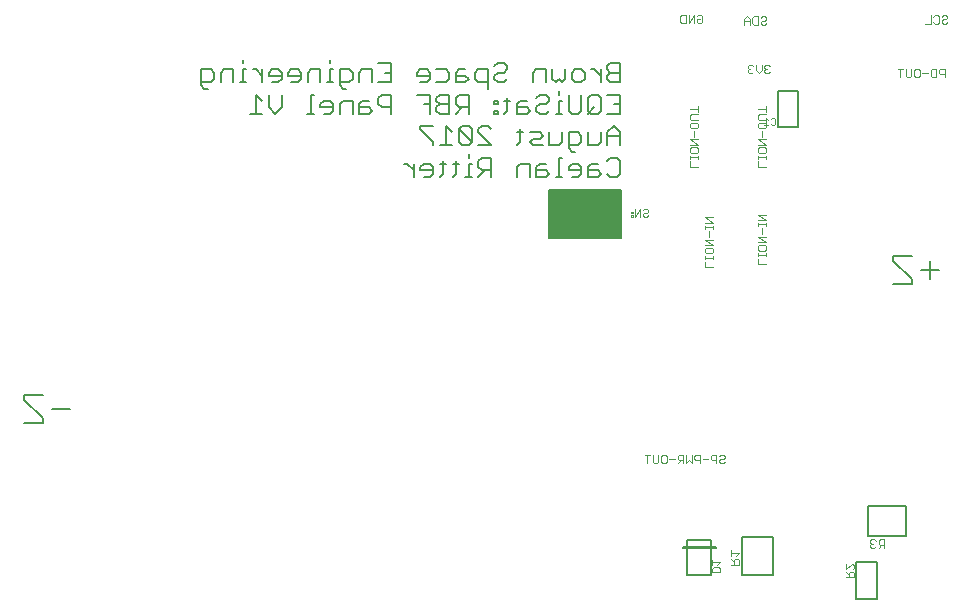
<source format=gbo>
G75*
%MOIN*%
%OFA0B0*%
%FSLAX25Y25*%
%IPPOS*%
%LPD*%
%AMOC8*
5,1,8,0,0,1.08239X$1,22.5*
%
%ADD10C,0.00600*%
%ADD11C,0.00800*%
%ADD12C,0.00200*%
%ADD13C,0.00500*%
%ADD14C,0.00300*%
D10*
X0251658Y0286879D02*
X0251658Y0302879D01*
X0275658Y0302879D01*
X0275658Y0286879D01*
X0251658Y0286879D01*
X0251658Y0287190D02*
X0275658Y0287190D01*
X0275658Y0287788D02*
X0251658Y0287788D01*
X0251658Y0288387D02*
X0275658Y0288387D01*
X0275658Y0288985D02*
X0251658Y0288985D01*
X0251658Y0289584D02*
X0275658Y0289584D01*
X0275658Y0290182D02*
X0251658Y0290182D01*
X0251658Y0290781D02*
X0275658Y0290781D01*
X0275658Y0291379D02*
X0251658Y0291379D01*
X0251658Y0291978D02*
X0275658Y0291978D01*
X0275658Y0292576D02*
X0251658Y0292576D01*
X0251658Y0293175D02*
X0275658Y0293175D01*
X0275658Y0293773D02*
X0251658Y0293773D01*
X0251658Y0294372D02*
X0275658Y0294372D01*
X0275658Y0294970D02*
X0251658Y0294970D01*
X0251658Y0295569D02*
X0275658Y0295569D01*
X0275658Y0296167D02*
X0251658Y0296167D01*
X0251658Y0296766D02*
X0275658Y0296766D01*
X0275658Y0297364D02*
X0251658Y0297364D01*
X0251658Y0297963D02*
X0275658Y0297963D01*
X0275658Y0298561D02*
X0251658Y0298561D01*
X0251658Y0299160D02*
X0275658Y0299160D01*
X0275658Y0299758D02*
X0251658Y0299758D01*
X0251658Y0300357D02*
X0275658Y0300357D01*
X0275658Y0300955D02*
X0251658Y0300955D01*
X0251658Y0301554D02*
X0275658Y0301554D01*
X0275658Y0302152D02*
X0251658Y0302152D01*
X0251658Y0302751D02*
X0275658Y0302751D01*
X0274306Y0307163D02*
X0272171Y0307163D01*
X0271104Y0308231D01*
X0268929Y0308231D02*
X0267861Y0309298D01*
X0264658Y0309298D01*
X0264658Y0310366D02*
X0264658Y0307163D01*
X0267861Y0307163D01*
X0268929Y0308231D01*
X0267861Y0311433D02*
X0265726Y0311433D01*
X0264658Y0310366D01*
X0262483Y0310366D02*
X0261415Y0311433D01*
X0259280Y0311433D01*
X0258213Y0310366D01*
X0258213Y0309298D01*
X0262483Y0309298D01*
X0262483Y0308231D02*
X0262483Y0310366D01*
X0262483Y0308231D02*
X0261415Y0307163D01*
X0259280Y0307163D01*
X0256038Y0307163D02*
X0253902Y0307163D01*
X0254970Y0307163D02*
X0254970Y0313568D01*
X0256038Y0313568D01*
X0258213Y0316595D02*
X0258213Y0321933D01*
X0261415Y0321933D01*
X0262483Y0320866D01*
X0262483Y0318731D01*
X0261415Y0317663D01*
X0258213Y0317663D01*
X0258213Y0316595D02*
X0259280Y0315528D01*
X0260348Y0315528D01*
X0264658Y0317663D02*
X0264658Y0321933D01*
X0264658Y0317663D02*
X0267861Y0317663D01*
X0268929Y0318731D01*
X0268929Y0321933D01*
X0271104Y0321933D02*
X0271104Y0317663D01*
X0271104Y0320866D02*
X0275374Y0320866D01*
X0275374Y0321933D02*
X0273239Y0324068D01*
X0271104Y0321933D01*
X0275374Y0321933D02*
X0275374Y0317663D01*
X0274306Y0313568D02*
X0275374Y0312501D01*
X0275374Y0308231D01*
X0274306Y0307163D01*
X0271104Y0312501D02*
X0272171Y0313568D01*
X0274306Y0313568D01*
X0256038Y0318731D02*
X0254970Y0317663D01*
X0251767Y0317663D01*
X0251767Y0321933D01*
X0249592Y0320866D02*
X0248524Y0321933D01*
X0245322Y0321933D01*
X0243147Y0321933D02*
X0241011Y0321933D01*
X0242079Y0323001D02*
X0242079Y0318731D01*
X0241011Y0317663D01*
X0245322Y0318731D02*
X0246389Y0319798D01*
X0248524Y0319798D01*
X0249592Y0320866D01*
X0249592Y0317663D02*
X0246389Y0317663D01*
X0245322Y0318731D01*
X0245295Y0311433D02*
X0242092Y0311433D01*
X0241025Y0310366D01*
X0241025Y0307163D01*
X0245295Y0307163D02*
X0245295Y0311433D01*
X0247470Y0310366D02*
X0247470Y0307163D01*
X0250673Y0307163D01*
X0251741Y0308231D01*
X0250673Y0309298D01*
X0247470Y0309298D01*
X0247470Y0310366D02*
X0248538Y0311433D01*
X0250673Y0311433D01*
X0256038Y0318731D02*
X0256038Y0321933D01*
X0256038Y0328163D02*
X0253902Y0328163D01*
X0254970Y0328163D02*
X0254970Y0332433D01*
X0256038Y0332433D01*
X0254970Y0334568D02*
X0254970Y0335636D01*
X0253909Y0338663D02*
X0252841Y0339731D01*
X0252841Y0342933D01*
X0250666Y0342933D02*
X0247464Y0342933D01*
X0246396Y0341866D01*
X0246396Y0338663D01*
X0250666Y0338663D02*
X0250666Y0342933D01*
X0253909Y0338663D02*
X0254977Y0339731D01*
X0256044Y0338663D01*
X0257112Y0339731D01*
X0257112Y0342933D01*
X0259287Y0341866D02*
X0260355Y0342933D01*
X0262490Y0342933D01*
X0263557Y0341866D01*
X0263557Y0339731D01*
X0262490Y0338663D01*
X0260355Y0338663D01*
X0259287Y0339731D01*
X0259287Y0341866D01*
X0265726Y0342933D02*
X0266793Y0342933D01*
X0268929Y0340798D01*
X0268929Y0338663D02*
X0268929Y0342933D01*
X0271104Y0342933D02*
X0272171Y0341866D01*
X0275374Y0341866D01*
X0275374Y0345068D02*
X0275374Y0338663D01*
X0272171Y0338663D01*
X0271104Y0339731D01*
X0271104Y0340798D01*
X0272171Y0341866D01*
X0271104Y0342933D02*
X0271104Y0344001D01*
X0272171Y0345068D01*
X0275374Y0345068D01*
X0275374Y0334568D02*
X0271104Y0334568D01*
X0268929Y0333501D02*
X0267861Y0334568D01*
X0265726Y0334568D01*
X0264658Y0333501D01*
X0264658Y0329231D01*
X0265726Y0328163D01*
X0267861Y0328163D01*
X0268929Y0329231D01*
X0268929Y0333501D01*
X0266793Y0330298D02*
X0264658Y0328163D01*
X0262483Y0329231D02*
X0261415Y0328163D01*
X0259280Y0328163D01*
X0258213Y0329231D01*
X0258213Y0334568D01*
X0262483Y0334568D02*
X0262483Y0329231D01*
X0271104Y0328163D02*
X0275374Y0328163D01*
X0275374Y0334568D01*
X0275374Y0331366D02*
X0273239Y0331366D01*
X0251741Y0332433D02*
X0250673Y0331366D01*
X0248538Y0331366D01*
X0247470Y0330298D01*
X0247470Y0329231D01*
X0248538Y0328163D01*
X0250673Y0328163D01*
X0251741Y0329231D01*
X0251741Y0332433D02*
X0251741Y0333501D01*
X0250673Y0334568D01*
X0248538Y0334568D01*
X0247470Y0333501D01*
X0244227Y0332433D02*
X0242092Y0332433D01*
X0241025Y0331366D01*
X0241025Y0328163D01*
X0244227Y0328163D01*
X0245295Y0329231D01*
X0244227Y0330298D01*
X0241025Y0330298D01*
X0238850Y0332433D02*
X0236714Y0332433D01*
X0237782Y0333501D02*
X0237782Y0329231D01*
X0236714Y0328163D01*
X0234553Y0328163D02*
X0234553Y0329231D01*
X0233485Y0329231D01*
X0233485Y0328163D01*
X0234553Y0328163D01*
X0234553Y0331366D02*
X0234553Y0332433D01*
X0233485Y0332433D01*
X0233485Y0331366D01*
X0234553Y0331366D01*
X0231330Y0336528D02*
X0231330Y0342933D01*
X0228127Y0342933D01*
X0227059Y0341866D01*
X0227059Y0339731D01*
X0228127Y0338663D01*
X0231330Y0338663D01*
X0233505Y0339731D02*
X0234573Y0338663D01*
X0236708Y0338663D01*
X0237775Y0339731D01*
X0236708Y0341866D02*
X0234573Y0341866D01*
X0233505Y0340798D01*
X0233505Y0339731D01*
X0236708Y0341866D02*
X0237775Y0342933D01*
X0237775Y0344001D01*
X0236708Y0345068D01*
X0234573Y0345068D01*
X0233505Y0344001D01*
X0224884Y0339731D02*
X0223817Y0340798D01*
X0220614Y0340798D01*
X0220614Y0341866D02*
X0220614Y0338663D01*
X0223817Y0338663D01*
X0224884Y0339731D01*
X0223817Y0342933D02*
X0221682Y0342933D01*
X0220614Y0341866D01*
X0218439Y0341866D02*
X0218439Y0339731D01*
X0217371Y0338663D01*
X0214168Y0338663D01*
X0211993Y0339731D02*
X0211993Y0341866D01*
X0210926Y0342933D01*
X0208791Y0342933D01*
X0207723Y0341866D01*
X0207723Y0340798D01*
X0211993Y0340798D01*
X0211993Y0339731D02*
X0210926Y0338663D01*
X0208791Y0338663D01*
X0207723Y0334568D02*
X0211993Y0334568D01*
X0211993Y0328163D01*
X0214168Y0329231D02*
X0215236Y0328163D01*
X0218439Y0328163D01*
X0218439Y0334568D01*
X0215236Y0334568D01*
X0214168Y0333501D01*
X0214168Y0332433D01*
X0215236Y0331366D01*
X0218439Y0331366D01*
X0220614Y0331366D02*
X0221682Y0330298D01*
X0224884Y0330298D01*
X0222749Y0330298D02*
X0220614Y0328163D01*
X0220614Y0331366D02*
X0220614Y0333501D01*
X0221682Y0334568D01*
X0224884Y0334568D01*
X0224884Y0328163D01*
X0224891Y0324068D02*
X0222756Y0324068D01*
X0221688Y0323001D01*
X0225959Y0318731D01*
X0224891Y0317663D01*
X0222756Y0317663D01*
X0221688Y0318731D01*
X0221688Y0323001D01*
X0219513Y0321933D02*
X0217378Y0324068D01*
X0217378Y0317663D01*
X0219513Y0317663D02*
X0215243Y0317663D01*
X0213068Y0317663D02*
X0213068Y0318731D01*
X0208797Y0323001D01*
X0208797Y0324068D01*
X0213068Y0324068D01*
X0214168Y0329231D02*
X0214168Y0330298D01*
X0215236Y0331366D01*
X0211993Y0331366D02*
X0209858Y0331366D01*
X0199102Y0330298D02*
X0195900Y0330298D01*
X0194832Y0331366D01*
X0194832Y0333501D01*
X0195900Y0334568D01*
X0199102Y0334568D01*
X0199102Y0328163D01*
X0192657Y0329231D02*
X0191589Y0330298D01*
X0188386Y0330298D01*
X0188386Y0331366D02*
X0188386Y0328163D01*
X0191589Y0328163D01*
X0192657Y0329231D01*
X0191589Y0332433D02*
X0189454Y0332433D01*
X0188386Y0331366D01*
X0186211Y0332433D02*
X0183009Y0332433D01*
X0181941Y0331366D01*
X0181941Y0328163D01*
X0179766Y0329231D02*
X0179766Y0331366D01*
X0178698Y0332433D01*
X0176563Y0332433D01*
X0175495Y0331366D01*
X0175495Y0330298D01*
X0179766Y0330298D01*
X0179766Y0329231D02*
X0178698Y0328163D01*
X0176563Y0328163D01*
X0173320Y0328163D02*
X0171185Y0328163D01*
X0172253Y0328163D02*
X0172253Y0334568D01*
X0173320Y0334568D01*
X0171198Y0338663D02*
X0171198Y0341866D01*
X0172266Y0342933D01*
X0175469Y0342933D01*
X0175469Y0338663D01*
X0177631Y0338663D02*
X0179766Y0338663D01*
X0178698Y0338663D02*
X0178698Y0342933D01*
X0179766Y0342933D01*
X0181941Y0342933D02*
X0185144Y0342933D01*
X0186211Y0341866D01*
X0186211Y0339731D01*
X0185144Y0338663D01*
X0181941Y0338663D01*
X0181941Y0337595D02*
X0181941Y0342933D01*
X0178698Y0345068D02*
X0178698Y0346136D01*
X0181941Y0337595D02*
X0183009Y0336528D01*
X0184076Y0336528D01*
X0186211Y0332433D02*
X0186211Y0328163D01*
X0188386Y0338663D02*
X0188386Y0341866D01*
X0189454Y0342933D01*
X0192657Y0342933D01*
X0192657Y0338663D01*
X0194832Y0338663D02*
X0199102Y0338663D01*
X0199102Y0345068D01*
X0194832Y0345068D01*
X0196967Y0341866D02*
X0199102Y0341866D01*
X0214168Y0342933D02*
X0217371Y0342933D01*
X0218439Y0341866D01*
X0224891Y0324068D02*
X0225959Y0323001D01*
X0225959Y0318731D01*
X0228134Y0317663D02*
X0232404Y0317663D01*
X0228134Y0321933D01*
X0228134Y0323001D01*
X0229201Y0324068D01*
X0231336Y0324068D01*
X0232404Y0323001D01*
X0224891Y0314636D02*
X0224891Y0313568D01*
X0224891Y0311433D02*
X0224891Y0307163D01*
X0225959Y0307163D02*
X0223823Y0307163D01*
X0220594Y0308231D02*
X0220594Y0312501D01*
X0221662Y0311433D02*
X0219526Y0311433D01*
X0217365Y0311433D02*
X0215229Y0311433D01*
X0216297Y0312501D02*
X0216297Y0308231D01*
X0215229Y0307163D01*
X0213068Y0308231D02*
X0213068Y0310366D01*
X0212000Y0311433D01*
X0209865Y0311433D01*
X0208797Y0310366D01*
X0208797Y0309298D01*
X0213068Y0309298D01*
X0213068Y0308231D02*
X0212000Y0307163D01*
X0209865Y0307163D01*
X0206622Y0307163D02*
X0206622Y0311433D01*
X0206622Y0309298D02*
X0204487Y0311433D01*
X0203419Y0311433D01*
X0219526Y0307163D02*
X0220594Y0308231D01*
X0224891Y0311433D02*
X0225959Y0311433D01*
X0228134Y0310366D02*
X0229201Y0309298D01*
X0232404Y0309298D01*
X0232404Y0307163D02*
X0232404Y0313568D01*
X0229201Y0313568D01*
X0228134Y0312501D01*
X0228134Y0310366D01*
X0230269Y0309298D02*
X0228134Y0307163D01*
X0169023Y0339731D02*
X0169023Y0341866D01*
X0167956Y0342933D01*
X0165821Y0342933D01*
X0164753Y0341866D01*
X0164753Y0340798D01*
X0169023Y0340798D01*
X0169023Y0339731D02*
X0167956Y0338663D01*
X0165821Y0338663D01*
X0162578Y0339731D02*
X0162578Y0341866D01*
X0161510Y0342933D01*
X0159375Y0342933D01*
X0158308Y0341866D01*
X0158308Y0340798D01*
X0162578Y0340798D01*
X0162578Y0339731D02*
X0161510Y0338663D01*
X0159375Y0338663D01*
X0156132Y0338663D02*
X0156132Y0342933D01*
X0156132Y0340798D02*
X0153997Y0342933D01*
X0152930Y0342933D01*
X0150761Y0342933D02*
X0149694Y0342933D01*
X0149694Y0338663D01*
X0150761Y0338663D02*
X0148626Y0338663D01*
X0146464Y0338663D02*
X0146464Y0342933D01*
X0143261Y0342933D01*
X0142194Y0341866D01*
X0142194Y0338663D01*
X0140019Y0339731D02*
X0138951Y0338663D01*
X0135748Y0338663D01*
X0135748Y0337595D02*
X0135748Y0342933D01*
X0138951Y0342933D01*
X0140019Y0341866D01*
X0140019Y0339731D01*
X0137883Y0336528D02*
X0136816Y0336528D01*
X0135748Y0337595D01*
X0149694Y0345068D02*
X0149694Y0346136D01*
X0153997Y0334568D02*
X0153997Y0328163D01*
X0156132Y0328163D02*
X0151862Y0328163D01*
X0156132Y0332433D02*
X0153997Y0334568D01*
X0158308Y0334568D02*
X0158308Y0330298D01*
X0160443Y0328163D01*
X0162578Y0330298D01*
X0162578Y0334568D01*
D11*
X0082931Y0225113D02*
X0076792Y0225113D01*
X0082931Y0225113D02*
X0082931Y0226648D01*
X0076792Y0232787D01*
X0076792Y0234321D01*
X0082931Y0234321D01*
X0086000Y0229717D02*
X0092139Y0229717D01*
X0366447Y0271531D02*
X0372586Y0271531D01*
X0372586Y0273065D01*
X0366447Y0279204D01*
X0366447Y0280739D01*
X0372586Y0280739D01*
X0375655Y0276135D02*
X0381794Y0276135D01*
X0378724Y0279204D02*
X0378724Y0273065D01*
D12*
X0324151Y0277963D02*
X0321349Y0277963D01*
X0321349Y0279831D01*
X0321349Y0280725D02*
X0321349Y0281659D01*
X0321349Y0281192D02*
X0324151Y0281192D01*
X0324151Y0280725D02*
X0324151Y0281659D01*
X0323684Y0282567D02*
X0321816Y0282567D01*
X0321349Y0283034D01*
X0321349Y0283968D01*
X0321816Y0284435D01*
X0323684Y0284435D01*
X0324151Y0283968D01*
X0324151Y0283034D01*
X0323684Y0282567D01*
X0324151Y0285329D02*
X0321349Y0287198D01*
X0324151Y0287198D01*
X0322750Y0288092D02*
X0322750Y0289960D01*
X0321349Y0290854D02*
X0321349Y0291788D01*
X0321349Y0291321D02*
X0324151Y0291321D01*
X0324151Y0290854D02*
X0324151Y0291788D01*
X0324151Y0292696D02*
X0321349Y0294564D01*
X0324151Y0294564D01*
X0324151Y0292696D02*
X0321349Y0292696D01*
X0321349Y0285329D02*
X0324151Y0285329D01*
X0306435Y0286213D02*
X0303632Y0286213D01*
X0306435Y0284345D01*
X0303632Y0284345D01*
X0304099Y0283451D02*
X0305968Y0283451D01*
X0306435Y0282984D01*
X0306435Y0282050D01*
X0305968Y0281583D01*
X0304099Y0281583D01*
X0303632Y0282050D01*
X0303632Y0282984D01*
X0304099Y0283451D01*
X0303632Y0280675D02*
X0303632Y0279741D01*
X0303632Y0280208D02*
X0306435Y0280208D01*
X0306435Y0279741D02*
X0306435Y0280675D01*
X0303632Y0278847D02*
X0303632Y0276979D01*
X0306435Y0276979D01*
X0305033Y0287107D02*
X0305033Y0288976D01*
X0303632Y0289870D02*
X0303632Y0290804D01*
X0303632Y0290337D02*
X0306435Y0290337D01*
X0306435Y0289870D02*
X0306435Y0290804D01*
X0306435Y0291711D02*
X0303632Y0293580D01*
X0306435Y0293580D01*
X0306435Y0291711D02*
X0303632Y0291711D01*
X0284653Y0294295D02*
X0284226Y0293869D01*
X0283374Y0293869D01*
X0282947Y0294295D01*
X0282947Y0294721D01*
X0283374Y0295148D01*
X0284226Y0295148D01*
X0284653Y0295574D01*
X0284653Y0296000D01*
X0284226Y0296427D01*
X0283374Y0296427D01*
X0282947Y0296000D01*
X0282115Y0296427D02*
X0280410Y0293869D01*
X0280410Y0296427D01*
X0279578Y0295574D02*
X0279578Y0295148D01*
X0279151Y0295148D01*
X0279151Y0295574D01*
X0279578Y0295574D01*
X0279578Y0294295D02*
X0279578Y0293869D01*
X0279151Y0293869D01*
X0279151Y0294295D01*
X0279578Y0294295D01*
X0282115Y0293869D02*
X0282115Y0296427D01*
X0298711Y0310443D02*
X0298711Y0312312D01*
X0298711Y0313206D02*
X0298711Y0314140D01*
X0298711Y0313673D02*
X0301513Y0313673D01*
X0301513Y0313206D02*
X0301513Y0314140D01*
X0301046Y0315047D02*
X0299178Y0315047D01*
X0298711Y0315514D01*
X0298711Y0316448D01*
X0299178Y0316915D01*
X0301046Y0316915D01*
X0301513Y0316448D01*
X0301513Y0315514D01*
X0301046Y0315047D01*
X0301513Y0317810D02*
X0298711Y0319678D01*
X0301513Y0319678D01*
X0300112Y0320572D02*
X0300112Y0322440D01*
X0299178Y0323334D02*
X0298711Y0323801D01*
X0298711Y0324735D01*
X0299178Y0325203D01*
X0301046Y0325203D01*
X0301513Y0324735D01*
X0301513Y0323801D01*
X0301046Y0323334D01*
X0299178Y0323334D01*
X0299178Y0326097D02*
X0298711Y0326564D01*
X0298711Y0327498D01*
X0299178Y0327965D01*
X0301513Y0327965D01*
X0301513Y0328859D02*
X0301513Y0330727D01*
X0301513Y0329793D02*
X0298711Y0329793D01*
X0299178Y0326097D02*
X0301513Y0326097D01*
X0301513Y0317810D02*
X0298711Y0317810D01*
X0298711Y0310443D02*
X0301513Y0310443D01*
X0321349Y0310443D02*
X0321349Y0312312D01*
X0321349Y0313206D02*
X0321349Y0314140D01*
X0321349Y0313673D02*
X0324151Y0313673D01*
X0324151Y0313206D02*
X0324151Y0314140D01*
X0323684Y0315047D02*
X0321816Y0315047D01*
X0321349Y0315514D01*
X0321349Y0316448D01*
X0321816Y0316915D01*
X0323684Y0316915D01*
X0324151Y0316448D01*
X0324151Y0315514D01*
X0323684Y0315047D01*
X0324151Y0317810D02*
X0321349Y0319678D01*
X0324151Y0319678D01*
X0322750Y0320572D02*
X0322750Y0322440D01*
X0321816Y0323334D02*
X0321349Y0323801D01*
X0321349Y0324735D01*
X0321816Y0325203D01*
X0323684Y0325203D01*
X0324151Y0324735D01*
X0324151Y0323801D01*
X0323684Y0323334D01*
X0321816Y0323334D01*
X0323277Y0324426D02*
X0324811Y0324426D01*
X0324044Y0324426D02*
X0324044Y0326728D01*
X0324811Y0325960D01*
X0324151Y0326097D02*
X0321816Y0326097D01*
X0321349Y0326564D01*
X0321349Y0327498D01*
X0321816Y0327965D01*
X0324151Y0327965D01*
X0324151Y0328859D02*
X0324151Y0330727D01*
X0324151Y0329793D02*
X0321349Y0329793D01*
X0325579Y0326344D02*
X0325962Y0326728D01*
X0326730Y0326728D01*
X0327113Y0326344D01*
X0327113Y0324809D01*
X0326730Y0324426D01*
X0325962Y0324426D01*
X0325579Y0324809D01*
X0324151Y0317810D02*
X0321349Y0317810D01*
X0321349Y0310443D02*
X0324151Y0310443D01*
X0323881Y0341680D02*
X0324816Y0341680D01*
X0325283Y0342147D01*
X0324349Y0343081D02*
X0323881Y0343081D01*
X0323414Y0342614D01*
X0323414Y0342147D01*
X0323881Y0341680D01*
X0323881Y0343081D02*
X0323414Y0343548D01*
X0323414Y0344015D01*
X0323881Y0344482D01*
X0324816Y0344482D01*
X0325283Y0344015D01*
X0322520Y0344482D02*
X0322520Y0342614D01*
X0321586Y0341680D01*
X0320652Y0342614D01*
X0320652Y0344482D01*
X0319758Y0344015D02*
X0319291Y0344482D01*
X0318357Y0344482D01*
X0317890Y0344015D01*
X0317890Y0343548D01*
X0318357Y0343081D01*
X0317890Y0342614D01*
X0317890Y0342147D01*
X0318357Y0341680D01*
X0319291Y0341680D01*
X0319758Y0342147D01*
X0318824Y0343081D02*
X0318357Y0343081D01*
X0318569Y0357806D02*
X0318569Y0359674D01*
X0317635Y0360608D01*
X0316701Y0359674D01*
X0316701Y0357806D01*
X0316701Y0359207D02*
X0318569Y0359207D01*
X0319463Y0360141D02*
X0319930Y0360608D01*
X0321331Y0360608D01*
X0321331Y0357806D01*
X0319930Y0357806D01*
X0319463Y0358273D01*
X0319463Y0360141D01*
X0322225Y0360141D02*
X0322693Y0360608D01*
X0323627Y0360608D01*
X0324094Y0360141D01*
X0324094Y0359674D01*
X0323627Y0359207D01*
X0322693Y0359207D01*
X0322225Y0358740D01*
X0322225Y0358273D01*
X0322693Y0357806D01*
X0323627Y0357806D01*
X0324094Y0358273D01*
X0302834Y0358871D02*
X0302367Y0358404D01*
X0301433Y0358404D01*
X0300966Y0358871D01*
X0300966Y0359805D01*
X0301900Y0359805D01*
X0302834Y0360739D02*
X0302834Y0358871D01*
X0302834Y0360739D02*
X0302367Y0361206D01*
X0301433Y0361206D01*
X0300966Y0360739D01*
X0300072Y0361206D02*
X0300072Y0358404D01*
X0298203Y0358404D02*
X0298203Y0361206D01*
X0297309Y0361206D02*
X0295908Y0361206D01*
X0295441Y0360739D01*
X0295441Y0358871D01*
X0295908Y0358404D01*
X0297309Y0358404D01*
X0297309Y0361206D01*
X0300072Y0361206D02*
X0298203Y0358404D01*
X0367878Y0343198D02*
X0369747Y0343198D01*
X0370641Y0343198D02*
X0370641Y0340863D01*
X0371108Y0340396D01*
X0372042Y0340396D01*
X0372509Y0340863D01*
X0372509Y0343198D01*
X0373403Y0342731D02*
X0373870Y0343198D01*
X0374804Y0343198D01*
X0375271Y0342731D01*
X0375271Y0340863D01*
X0374804Y0340396D01*
X0373870Y0340396D01*
X0373403Y0340863D01*
X0373403Y0342731D01*
X0376165Y0341797D02*
X0378034Y0341797D01*
X0378928Y0340863D02*
X0378928Y0342731D01*
X0379395Y0343198D01*
X0380796Y0343198D01*
X0380796Y0340396D01*
X0379395Y0340396D01*
X0378928Y0340863D01*
X0381690Y0341797D02*
X0382157Y0341330D01*
X0383558Y0341330D01*
X0383558Y0340396D02*
X0383558Y0343198D01*
X0382157Y0343198D01*
X0381690Y0342731D01*
X0381690Y0341797D01*
X0368812Y0340396D02*
X0368812Y0343198D01*
X0377024Y0358183D02*
X0378892Y0358183D01*
X0378892Y0360986D01*
X0379786Y0360519D02*
X0380253Y0360986D01*
X0381187Y0360986D01*
X0381654Y0360519D01*
X0381654Y0358651D01*
X0381187Y0358183D01*
X0380253Y0358183D01*
X0379786Y0358651D01*
X0382548Y0358651D02*
X0383015Y0358183D01*
X0383949Y0358183D01*
X0384417Y0358651D01*
X0383949Y0359585D02*
X0383015Y0359585D01*
X0382548Y0359118D01*
X0382548Y0358651D01*
X0383949Y0359585D02*
X0384417Y0360052D01*
X0384417Y0360519D01*
X0383949Y0360986D01*
X0383015Y0360986D01*
X0382548Y0360519D01*
X0309800Y0214490D02*
X0310267Y0214023D01*
X0310267Y0213556D01*
X0309800Y0213089D01*
X0308866Y0213089D01*
X0308399Y0212622D01*
X0308399Y0212154D01*
X0308866Y0211687D01*
X0309800Y0211687D01*
X0310267Y0212154D01*
X0309800Y0214490D02*
X0308866Y0214490D01*
X0308399Y0214023D01*
X0307505Y0214490D02*
X0306103Y0214490D01*
X0305636Y0214023D01*
X0305636Y0213089D01*
X0306103Y0212622D01*
X0307505Y0212622D01*
X0307505Y0211687D02*
X0307505Y0214490D01*
X0304742Y0213089D02*
X0302874Y0213089D01*
X0301980Y0212622D02*
X0300579Y0212622D01*
X0300112Y0213089D01*
X0300112Y0214023D01*
X0300579Y0214490D01*
X0301980Y0214490D01*
X0301980Y0211687D01*
X0299218Y0211687D02*
X0298283Y0212622D01*
X0297349Y0211687D01*
X0297349Y0214490D01*
X0296455Y0214490D02*
X0295054Y0214490D01*
X0294587Y0214023D01*
X0294587Y0213089D01*
X0295054Y0212622D01*
X0296455Y0212622D01*
X0295521Y0212622D02*
X0294587Y0211687D01*
X0293693Y0213089D02*
X0291825Y0213089D01*
X0290930Y0214023D02*
X0290930Y0212154D01*
X0290463Y0211687D01*
X0289529Y0211687D01*
X0289062Y0212154D01*
X0289062Y0214023D01*
X0289529Y0214490D01*
X0290463Y0214490D01*
X0290930Y0214023D01*
X0288168Y0214490D02*
X0288168Y0212154D01*
X0287701Y0211687D01*
X0286767Y0211687D01*
X0286300Y0212154D01*
X0286300Y0214490D01*
X0285406Y0214490D02*
X0283538Y0214490D01*
X0284472Y0214490D02*
X0284472Y0211687D01*
X0296455Y0211687D02*
X0296455Y0214490D01*
X0299218Y0214490D02*
X0299218Y0211687D01*
X0306113Y0179513D02*
X0306113Y0177808D01*
X0306113Y0178660D02*
X0308671Y0178660D01*
X0307818Y0177808D01*
X0308244Y0176975D02*
X0308671Y0176549D01*
X0308671Y0175270D01*
X0306113Y0175270D01*
X0306113Y0176549D01*
X0306539Y0176975D01*
X0308244Y0176975D01*
X0350829Y0176257D02*
X0352564Y0177992D01*
X0352997Y0177992D01*
X0353431Y0177559D01*
X0353431Y0176691D01*
X0352997Y0176257D01*
X0352997Y0175414D02*
X0352130Y0175414D01*
X0351696Y0174980D01*
X0351696Y0173679D01*
X0350829Y0173679D02*
X0353431Y0173679D01*
X0353431Y0174980D01*
X0352997Y0175414D01*
X0351696Y0174547D02*
X0350829Y0175414D01*
X0350829Y0176257D02*
X0350829Y0177992D01*
D13*
X0354180Y0178870D02*
X0354179Y0166539D01*
X0360994Y0166542D01*
X0360998Y0178870D01*
X0354180Y0178870D01*
X0358178Y0187272D02*
X0358178Y0197509D01*
X0370776Y0197509D01*
X0370776Y0187272D01*
X0358178Y0187272D01*
X0326280Y0187131D02*
X0326280Y0174532D01*
X0316044Y0174532D01*
X0316044Y0187131D01*
X0326280Y0187131D01*
X0307225Y0183800D02*
X0307225Y0183406D01*
X0305650Y0183406D01*
X0297776Y0183406D01*
X0296202Y0183406D01*
X0296202Y0183800D01*
X0307225Y0183800D01*
X0305650Y0183800D02*
X0305650Y0183406D01*
X0305650Y0174351D01*
X0297776Y0174351D01*
X0297776Y0183406D01*
X0297776Y0183800D01*
X0305650Y0183800D01*
X0305650Y0186162D01*
X0297776Y0186162D01*
X0297776Y0183800D01*
X0328056Y0323772D02*
X0328056Y0335796D01*
X0334568Y0335796D01*
X0334568Y0323772D01*
X0328056Y0323772D01*
D14*
X0359108Y0186337D02*
X0358633Y0185862D01*
X0358633Y0185387D01*
X0359108Y0184911D01*
X0358633Y0184436D01*
X0358633Y0183961D01*
X0359108Y0183485D01*
X0360059Y0183485D01*
X0360534Y0183961D01*
X0361533Y0183485D02*
X0362484Y0184436D01*
X0362008Y0184436D02*
X0363434Y0184436D01*
X0363434Y0183485D02*
X0363434Y0186337D01*
X0362008Y0186337D01*
X0361533Y0185862D01*
X0361533Y0184911D01*
X0362008Y0184436D01*
X0360534Y0185862D02*
X0360059Y0186337D01*
X0359108Y0186337D01*
X0359108Y0184911D02*
X0359584Y0184911D01*
X0315109Y0181725D02*
X0312257Y0181725D01*
X0312257Y0180774D02*
X0312257Y0182676D01*
X0314158Y0180774D02*
X0315109Y0181725D01*
X0314634Y0179776D02*
X0313683Y0179776D01*
X0313208Y0179300D01*
X0313208Y0177874D01*
X0313208Y0178825D02*
X0312257Y0179776D01*
X0312257Y0177874D02*
X0315109Y0177874D01*
X0315109Y0179300D01*
X0314634Y0179776D01*
M02*

</source>
